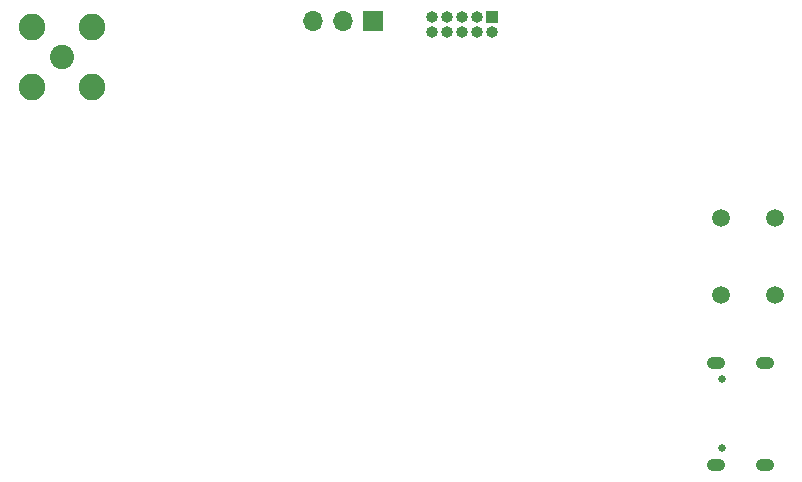
<source format=gbr>
%TF.GenerationSoftware,KiCad,Pcbnew,(5.99.0-8018-g9a0f685a75)*%
%TF.CreationDate,2021-03-03T13:41:14+00:00*%
%TF.ProjectId,CM4,434d342e-6b69-4636-9164-5f7063625858,rev?*%
%TF.SameCoordinates,Original*%
%TF.FileFunction,Soldermask,Bot*%
%TF.FilePolarity,Negative*%
%FSLAX46Y46*%
G04 Gerber Fmt 4.6, Leading zero omitted, Abs format (unit mm)*
G04 Created by KiCad (PCBNEW (5.99.0-8018-g9a0f685a75)) date 2021-03-03 13:41:14*
%MOMM*%
%LPD*%
G01*
G04 APERTURE LIST*
G04 Aperture macros list*
%AMRoundRect*
0 Rectangle with rounded corners*
0 $1 Rounding radius*
0 $2 $3 $4 $5 $6 $7 $8 $9 X,Y pos of 4 corners*
0 Add a 4 corners polygon primitive as box body*
4,1,4,$2,$3,$4,$5,$6,$7,$8,$9,$2,$3,0*
0 Add four circle primitives for the rounded corners*
1,1,$1+$1,$2,$3,0*
1,1,$1+$1,$4,$5,0*
1,1,$1+$1,$6,$7,0*
1,1,$1+$1,$8,$9,0*
0 Add four rect primitives between the rounded corners*
20,1,$1+$1,$2,$3,$4,$5,0*
20,1,$1+$1,$4,$5,$6,$7,0*
20,1,$1+$1,$6,$7,$8,$9,0*
20,1,$1+$1,$8,$9,$2,$3,0*%
G04 Aperture macros list end*
%ADD10R,1.000000X1.000000*%
%ADD11O,1.000000X1.000000*%
%ADD12C,2.050000*%
%ADD13C,2.250000*%
%ADD14C,0.670000*%
%ADD15RoundRect,0.500000X0.300000X0.000000X0.300000X0.000000X-0.300000X0.000000X-0.300000X0.000000X0*%
%ADD16C,1.500000*%
%ADD17R,1.700000X1.700000*%
%ADD18O,1.700000X1.700000*%
G04 APERTURE END LIST*
D10*
%TO.C,J3*%
X137900000Y-77100000D03*
D11*
X137900000Y-78370000D03*
X136630000Y-77100000D03*
X136630000Y-78370000D03*
X135360000Y-77100000D03*
X135360000Y-78370000D03*
X134090000Y-77100000D03*
X134090000Y-78370000D03*
X132820000Y-77100000D03*
X132820000Y-78370000D03*
%TD*%
D12*
%TO.C,J2*%
X101500000Y-80500000D03*
D13*
X104040000Y-77960000D03*
X98960000Y-83040000D03*
X98960000Y-77960000D03*
X104040000Y-83040000D03*
%TD*%
D14*
%TO.C,J1*%
X157350000Y-113600000D03*
X157350000Y-107800000D03*
D15*
X156820000Y-115020000D03*
X156820000Y-106380000D03*
X161000000Y-115020000D03*
X161000000Y-106380000D03*
%TD*%
D16*
%TO.C,S1*%
X161800000Y-100650000D03*
X161800000Y-94150000D03*
X157300000Y-94150000D03*
X157300000Y-100650000D03*
%TD*%
D17*
%TO.C,J7*%
X127800000Y-77500000D03*
D18*
X125260000Y-77500000D03*
X122720000Y-77500000D03*
%TD*%
M02*

</source>
